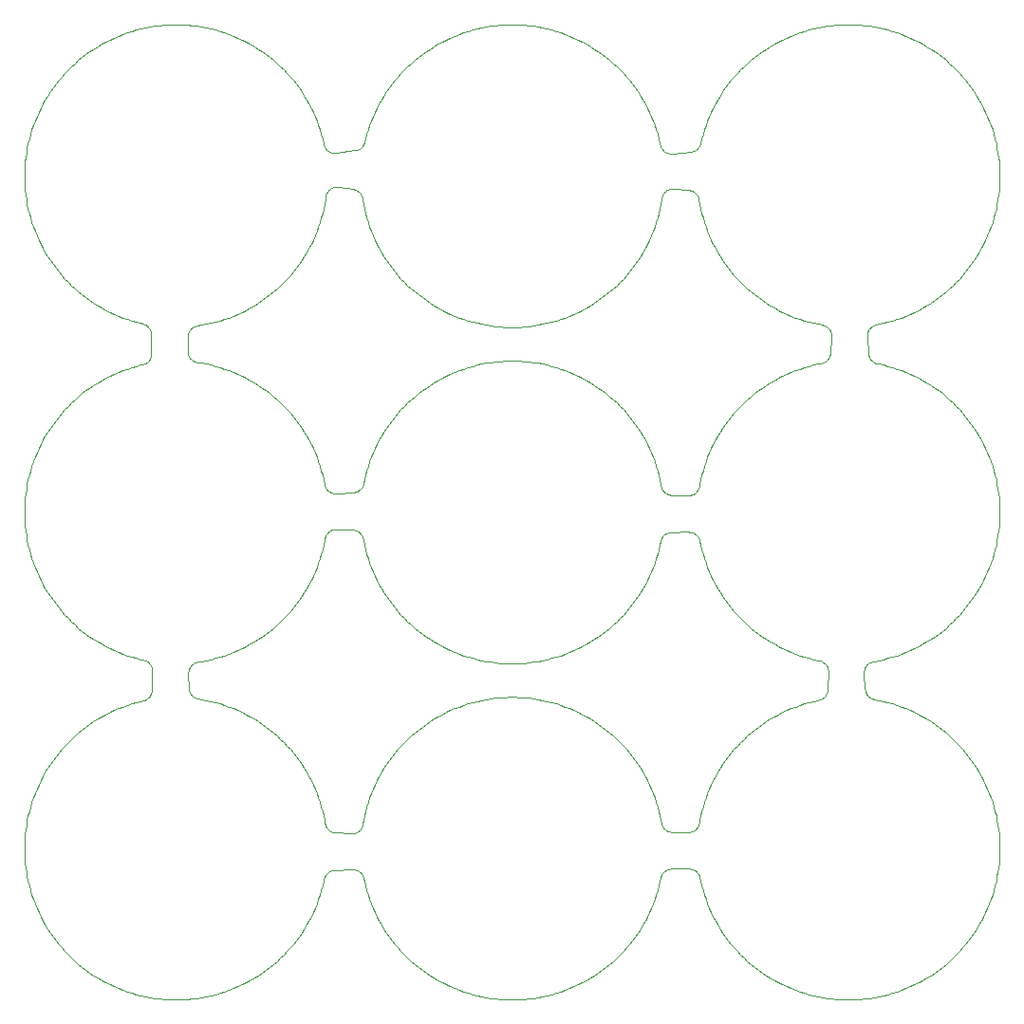
<source format=gko>
%MOIN*%
%OFA0B0*%
%FSLAX44Y44*%
%IPPOS*%
%LPD*%
%ADD10C,0*%
D10*
X00006064Y00022386D02*
X00006064Y00022386D01*
X00006037Y00022391D01*
X00006010Y00022398D01*
X00005984Y00022407D01*
X00005958Y00022418D01*
X00005933Y00022431D01*
X00005909Y00022446D01*
X00005886Y00022462D01*
X00005865Y00022480D01*
X00005844Y00022499D01*
X00005825Y00022520D01*
X00005808Y00022541D01*
X00005792Y00022565D01*
X00005778Y00022589D01*
X00005766Y00022614D01*
X00005756Y00022640D01*
X00005747Y00022666D01*
X00005740Y00022694D01*
X00005735Y00022721D01*
X00005733Y00022749D01*
X00005732Y00022777D01*
X00005735Y00023286D01*
X00005736Y00023314D01*
X00005739Y00023341D01*
X00005744Y00023368D01*
X00005751Y00023395D01*
X00005760Y00023422D01*
X00005770Y00023447D01*
X00005783Y00023472D01*
X00005797Y00023496D01*
X00005812Y00023519D01*
X00005830Y00023540D01*
X00005849Y00023561D01*
X00005869Y00023580D01*
X00005890Y00023597D01*
X00005913Y00023613D01*
X00005937Y00023628D01*
X00005961Y00023640D01*
X00005987Y00023651D01*
X00006013Y00023660D01*
X00006040Y00023667D01*
X00006067Y00023673D01*
X00006219Y00023696D01*
X00006382Y00023727D01*
X00006543Y00023763D01*
X00006704Y00023803D01*
X00006862Y00023849D01*
X00007020Y00023900D01*
X00007176Y00023955D01*
X00007329Y00024016D01*
X00007481Y00024081D01*
X00007631Y00024150D01*
X00007779Y00024225D01*
X00007924Y00024304D01*
X00008067Y00024387D01*
X00008207Y00024475D01*
X00008344Y00024567D01*
X00008479Y00024663D01*
X00008610Y00024764D01*
X00008738Y00024868D01*
X00008863Y00024977D01*
X00008984Y00025089D01*
X00009102Y00025205D01*
X00009216Y00025324D01*
X00009327Y00025448D01*
X00009433Y00025574D01*
X00009535Y00025704D01*
X00009634Y00025837D01*
X00009728Y00025972D01*
X00009818Y00026111D01*
X00009904Y00026252D01*
X00009985Y00026397D01*
X00010062Y00026543D01*
X00010134Y00026692D01*
X00010201Y00026843D01*
X00010264Y00026996D01*
X00010322Y00027151D01*
X00010375Y00027307D01*
X00010423Y00027465D01*
X00010466Y00027625D01*
X00010504Y00027786D01*
X00010537Y00027948D01*
X00010565Y00028111D01*
X00010579Y00028209D01*
X00010585Y00028239D01*
X00010593Y00028269D01*
X00010603Y00028299D01*
X00010616Y00028327D01*
X00010630Y00028355D01*
X00010647Y00028381D01*
X00010666Y00028405D01*
X00010687Y00028428D01*
X00010709Y00028450D01*
X00010733Y00028469D01*
X00010759Y00028487D01*
X00010786Y00028502D01*
X00010814Y00028516D01*
X00010843Y00028527D01*
X00010873Y00028536D01*
X00010903Y00028542D01*
X00010934Y00028546D01*
X00010965Y00028548D01*
X00010996Y00028547D01*
X00011027Y00028543D01*
X00011540Y00028468D01*
X00011564Y00028463D01*
X00011589Y00028457D01*
X00011613Y00028449D01*
X00011637Y00028440D01*
X00011659Y00028429D01*
X00011682Y00028417D01*
X00011703Y00028404D01*
X00011723Y00028389D01*
X00011743Y00028373D01*
X00011761Y00028355D01*
X00011778Y00028337D01*
X00011794Y00028317D01*
X00011809Y00028297D01*
X00011823Y00028275D01*
X00011834Y00028253D01*
X00011845Y00028230D01*
X00011854Y00028207D01*
X00011861Y00028182D01*
X00011867Y00028158D01*
X00011872Y00028133D01*
X00011875Y00028111D01*
X00011903Y00027948D01*
X00011936Y00027786D01*
X00011974Y00027625D01*
X00012018Y00027465D01*
X00012066Y00027307D01*
X00012119Y00027151D01*
X00012177Y00026996D01*
X00012239Y00026843D01*
X00012307Y00026692D01*
X00012379Y00026543D01*
X00012455Y00026397D01*
X00012537Y00026252D01*
X00012622Y00026111D01*
X00012712Y00025972D01*
X00012806Y00025837D01*
X00012905Y00025704D01*
X00013007Y00025574D01*
X00013114Y00025448D01*
X00013224Y00025324D01*
X00013338Y00025205D01*
X00013456Y00025089D01*
X00013578Y00024977D01*
X00013702Y00024868D01*
X00013830Y00024764D01*
X00013962Y00024663D01*
X00014096Y00024567D01*
X00014233Y00024475D01*
X00014373Y00024387D01*
X00014516Y00024304D01*
X00014661Y00024225D01*
X00014809Y00024150D01*
X00014959Y00024081D01*
X00015111Y00024016D01*
X00015265Y00023955D01*
X00015421Y00023900D01*
X00015578Y00023849D01*
X00015737Y00023803D01*
X00015897Y00023763D01*
X00016059Y00023727D01*
X00016221Y00023696D01*
X00016384Y00023671D01*
X00016548Y00023650D01*
X00016713Y00023635D01*
X00016878Y00023625D01*
X00017043Y00023619D01*
X00017208Y00023619D01*
X00017374Y00023625D01*
X00017539Y00023635D01*
X00017703Y00023650D01*
X00017867Y00023671D01*
X00018031Y00023696D01*
X00018193Y00023727D01*
X00018355Y00023763D01*
X00018515Y00023803D01*
X00018674Y00023849D01*
X00018831Y00023900D01*
X00018987Y00023955D01*
X00019141Y00024016D01*
X00019293Y00024081D01*
X00019443Y00024150D01*
X00019590Y00024225D01*
X00019735Y00024304D01*
X00019878Y00024387D01*
X00020018Y00024475D01*
X00020156Y00024567D01*
X00020290Y00024663D01*
X00020421Y00024764D01*
X00020549Y00024868D01*
X00020674Y00024977D01*
X00020795Y00025089D01*
X00020913Y00025205D01*
X00021027Y00025324D01*
X00021138Y00025448D01*
X00021244Y00025574D01*
X00021347Y00025704D01*
X00021445Y00025837D01*
X00021539Y00025972D01*
X00021629Y00026111D01*
X00021715Y00026252D01*
X00021796Y00026397D01*
X00021873Y00026543D01*
X00021945Y00026692D01*
X00022012Y00026843D01*
X00022075Y00026996D01*
X00022133Y00027151D01*
X00022186Y00027307D01*
X00022234Y00027465D01*
X00022277Y00027625D01*
X00022315Y00027786D01*
X00022349Y00027948D01*
X00022377Y00028111D01*
X00022383Y00028154D01*
X00022388Y00028184D01*
X00022396Y00028213D01*
X00022406Y00028242D01*
X00022418Y00028270D01*
X00022432Y00028297D01*
X00022448Y00028323D01*
X00022467Y00028347D01*
X00022487Y00028370D01*
X00022508Y00028391D01*
X00022532Y00028410D01*
X00022556Y00028428D01*
X00022582Y00028444D01*
X00022610Y00028457D01*
X00022638Y00028469D01*
X00022667Y00028478D01*
X00022696Y00028485D01*
X00022726Y00028490D01*
X00022756Y00028493D01*
X00022787Y00028493D01*
X00022817Y00028490D01*
X00023343Y00028431D01*
X00023368Y00028427D01*
X00023393Y00028422D01*
X00023417Y00028415D01*
X00023441Y00028407D01*
X00023465Y00028397D01*
X00023487Y00028385D01*
X00023509Y00028372D01*
X00023530Y00028358D01*
X00023550Y00028343D01*
X00023569Y00028326D01*
X00023587Y00028308D01*
X00023604Y00028289D01*
X00023619Y00028269D01*
X00023633Y00028248D01*
X00023646Y00028226D01*
X00023657Y00028203D01*
X00023667Y00028180D01*
X00023675Y00028156D01*
X00023682Y00028131D01*
X00023687Y00028107D01*
X00023714Y00027948D01*
X00023747Y00027786D01*
X00023786Y00027625D01*
X00023829Y00027465D01*
X00023877Y00027307D01*
X00023930Y00027151D01*
X00023988Y00026996D01*
X00024051Y00026843D01*
X00024118Y00026692D01*
X00024190Y00026543D01*
X00024267Y00026397D01*
X00024348Y00026252D01*
X00024434Y00026111D01*
X00024523Y00025972D01*
X00024618Y00025837D01*
X00024716Y00025704D01*
X00024819Y00025574D01*
X00024925Y00025448D01*
X00025035Y00025324D01*
X00025150Y00025205D01*
X00025267Y00025089D01*
X00025389Y00024977D01*
X00025514Y00024868D01*
X00025642Y00024764D01*
X00025773Y00024663D01*
X00025907Y00024567D01*
X00026045Y00024475D01*
X00026185Y00024387D01*
X00026327Y00024304D01*
X00026473Y00024225D01*
X00026620Y00024150D01*
X00026770Y00024081D01*
X00026922Y00024016D01*
X00027076Y00023955D01*
X00027232Y00023900D01*
X00027389Y00023849D01*
X00027548Y00023803D01*
X00027708Y00023763D01*
X00027870Y00023727D01*
X00028031Y00023697D01*
X00028059Y00023690D01*
X00028087Y00023682D01*
X00028113Y00023671D01*
X00028139Y00023659D01*
X00028164Y00023645D01*
X00028188Y00023629D01*
X00028211Y00023611D01*
X00028232Y00023592D01*
X00028252Y00023571D01*
X00028271Y00023549D01*
X00028287Y00023525D01*
X00028302Y00023501D01*
X00028315Y00023475D01*
X00028326Y00023448D01*
X00028335Y00023421D01*
X00028343Y00023393D01*
X00028348Y00023365D01*
X00028351Y00023336D01*
X00028352Y00023307D01*
X00028350Y00023279D01*
X00028305Y00022708D01*
X00028302Y00022683D01*
X00028298Y00022658D01*
X00028292Y00022633D01*
X00028284Y00022608D01*
X00028274Y00022584D01*
X00028263Y00022561D01*
X00028251Y00022538D01*
X00028237Y00022517D01*
X00028222Y00022496D01*
X00028206Y00022476D01*
X00028188Y00022458D01*
X00028169Y00022441D01*
X00028149Y00022424D01*
X00028128Y00022410D01*
X00028106Y00022396D01*
X00028083Y00022385D01*
X00028059Y00022374D01*
X00028035Y00022365D01*
X00028011Y00022358D01*
X00027986Y00022353D01*
X00027870Y00022331D01*
X00027708Y00022295D01*
X00027548Y00022254D01*
X00027389Y00022209D01*
X00027232Y00022158D01*
X00027076Y00022103D01*
X00026922Y00022042D01*
X00026770Y00021977D01*
X00026620Y00021907D01*
X00026473Y00021833D01*
X00026327Y00021754D01*
X00026185Y00021671D01*
X00026045Y00021583D01*
X00025907Y00021491D01*
X00025773Y00021395D01*
X00025642Y00021294D01*
X00025514Y00021190D01*
X00025389Y00021081D01*
X00025267Y00020969D01*
X00025150Y00020853D01*
X00025035Y00020733D01*
X00024925Y00020610D01*
X00024819Y00020484D01*
X00024716Y00020354D01*
X00024618Y00020221D01*
X00024523Y00020085D01*
X00024434Y00019947D01*
X00024348Y00019805D01*
X00024267Y00019661D01*
X00024190Y00019515D01*
X00024118Y00019366D01*
X00024051Y00019215D01*
X00023988Y00019062D01*
X00023930Y00018907D01*
X00023877Y00018751D01*
X00023829Y00018592D01*
X00023786Y00018433D01*
X00023747Y00018272D01*
X00023714Y00018110D01*
X00023702Y00018040D01*
X00023696Y00018013D01*
X00023689Y00017986D01*
X00023679Y00017960D01*
X00023668Y00017934D01*
X00023655Y00017910D01*
X00023641Y00017887D01*
X00023624Y00017864D01*
X00023606Y00017843D01*
X00023587Y00017823D01*
X00023567Y00017805D01*
X00023545Y00017788D01*
X00023522Y00017772D01*
X00023498Y00017758D01*
X00023473Y00017746D01*
X00023447Y00017736D01*
X00023421Y00017728D01*
X00023394Y00017721D01*
X00023366Y00017716D01*
X00023339Y00017714D01*
X00023311Y00017713D01*
X00022745Y00017717D01*
X00022717Y00017719D01*
X00022690Y00017722D01*
X00022663Y00017727D01*
X00022637Y00017733D01*
X00022611Y00017742D01*
X00022585Y00017753D01*
X00022561Y00017765D01*
X00022537Y00017779D01*
X00022515Y00017794D01*
X00022493Y00017811D01*
X00022473Y00017829D01*
X00022454Y00017849D01*
X00022437Y00017870D01*
X00022421Y00017893D01*
X00022406Y00017916D01*
X00022393Y00017940D01*
X00022382Y00017965D01*
X00022373Y00017991D01*
X00022366Y00018017D01*
X00022360Y00018044D01*
X00022349Y00018110D01*
X00022315Y00018272D01*
X00022277Y00018433D01*
X00022234Y00018592D01*
X00022186Y00018751D01*
X00022133Y00018907D01*
X00022075Y00019062D01*
X00022012Y00019215D01*
X00021945Y00019366D01*
X00021873Y00019515D01*
X00021796Y00019661D01*
X00021715Y00019805D01*
X00021629Y00019947D01*
X00021539Y00020085D01*
X00021445Y00020221D01*
X00021347Y00020354D01*
X00021244Y00020484D01*
X00021138Y00020610D01*
X00021027Y00020733D01*
X00020913Y00020853D01*
X00020795Y00020969D01*
X00020674Y00021081D01*
X00020549Y00021190D01*
X00020421Y00021294D01*
X00020290Y00021395D01*
X00020156Y00021491D01*
X00020018Y00021583D01*
X00019878Y00021671D01*
X00019735Y00021754D01*
X00019590Y00021833D01*
X00019443Y00021907D01*
X00019293Y00021977D01*
X00019141Y00022042D01*
X00018987Y00022103D01*
X00018831Y00022158D01*
X00018674Y00022209D01*
X00018515Y00022254D01*
X00018355Y00022295D01*
X00018193Y00022331D01*
X00018031Y00022361D01*
X00017867Y00022387D01*
X00017703Y00022408D01*
X00017539Y00022423D01*
X00017374Y00022433D01*
X00017208Y00022438D01*
X00017043Y00022438D01*
X00016878Y00022433D01*
X00016713Y00022423D01*
X00016548Y00022408D01*
X00016384Y00022387D01*
X00016221Y00022361D01*
X00016059Y00022331D01*
X00015897Y00022295D01*
X00015737Y00022254D01*
X00015578Y00022209D01*
X00015421Y00022158D01*
X00015265Y00022103D01*
X00015111Y00022042D01*
X00014959Y00021977D01*
X00014809Y00021907D01*
X00014661Y00021833D01*
X00014516Y00021754D01*
X00014373Y00021671D01*
X00014233Y00021583D01*
X00014096Y00021491D01*
X00013962Y00021395D01*
X00013830Y00021294D01*
X00013702Y00021190D01*
X00013578Y00021081D01*
X00013456Y00020969D01*
X00013338Y00020853D01*
X00013224Y00020733D01*
X00013114Y00020610D01*
X00013007Y00020484D01*
X00012905Y00020354D01*
X00012806Y00020221D01*
X00012712Y00020085D01*
X00012622Y00019947D01*
X00012537Y00019805D01*
X00012455Y00019661D01*
X00012379Y00019515D01*
X00012307Y00019366D01*
X00012239Y00019215D01*
X00012177Y00019062D01*
X00012119Y00018907D01*
X00012066Y00018751D01*
X00012018Y00018592D01*
X00011974Y00018433D01*
X00011936Y00018272D01*
X00011907Y00018131D01*
X00011901Y00018106D01*
X00011894Y00018081D01*
X00011884Y00018057D01*
X00011874Y00018034D01*
X00011862Y00018011D01*
X00011848Y00017989D01*
X00011833Y00017969D01*
X00011816Y00017949D01*
X00011799Y00017930D01*
X00011780Y00017913D01*
X00011760Y00017896D01*
X00011739Y00017881D01*
X00011717Y00017868D01*
X00011694Y00017856D01*
X00011671Y00017845D01*
X00011647Y00017836D01*
X00011622Y00017829D01*
X00011597Y00017823D01*
X00011572Y00017819D01*
X00011546Y00017817D01*
X00010951Y00017779D01*
X00010922Y00017779D01*
X00010893Y00017780D01*
X00010865Y00017783D01*
X00010837Y00017789D01*
X00010809Y00017796D01*
X00010782Y00017806D01*
X00010755Y00017818D01*
X00010730Y00017831D01*
X00010705Y00017846D01*
X00010682Y00017863D01*
X00010660Y00017882D01*
X00010640Y00017902D01*
X00010621Y00017924D01*
X00010603Y00017947D01*
X00010588Y00017971D01*
X00010574Y00017996D01*
X00010562Y00018022D01*
X00010552Y00018049D01*
X00010544Y00018077D01*
X00010538Y00018105D01*
X00010537Y00018110D01*
X00010504Y00018272D01*
X00010466Y00018433D01*
X00010423Y00018592D01*
X00010375Y00018751D01*
X00010322Y00018907D01*
X00010264Y00019062D01*
X00010201Y00019215D01*
X00010134Y00019366D01*
X00010062Y00019515D01*
X00009985Y00019661D01*
X00009904Y00019805D01*
X00009818Y00019947D01*
X00009728Y00020085D01*
X00009634Y00020221D01*
X00009535Y00020354D01*
X00009433Y00020484D01*
X00009327Y00020610D01*
X00009216Y00020733D01*
X00009102Y00020853D01*
X00008984Y00020969D01*
X00008863Y00021081D01*
X00008738Y00021190D01*
X00008610Y00021294D01*
X00008479Y00021395D01*
X00008344Y00021491D01*
X00008207Y00021583D01*
X00008067Y00021671D01*
X00007924Y00021754D01*
X00007779Y00021833D01*
X00007631Y00021907D01*
X00007481Y00021977D01*
X00007329Y00022042D01*
X00007176Y00022103D01*
X00007020Y00022158D01*
X00006862Y00022209D01*
X00006704Y00022254D01*
X00006543Y00022295D01*
X00006382Y00022331D01*
X00006219Y00022361D01*
X00006064Y00022386D01*
X00006107Y00010569D02*
X00006107Y00010569D01*
X00006080Y00010574D01*
X00006054Y00010581D01*
X00006028Y00010590D01*
X00006003Y00010601D01*
X00005979Y00010613D01*
X00005955Y00010627D01*
X00005933Y00010642D01*
X00005911Y00010659D01*
X00005891Y00010678D01*
X00005873Y00010697D01*
X00005855Y00010718D01*
X00005840Y00010740D01*
X00005825Y00010764D01*
X00005813Y00010788D01*
X00005802Y00010813D01*
X00005793Y00010838D01*
X00005785Y00010864D01*
X00005780Y00010891D01*
X00005776Y00010918D01*
X00005774Y00010945D01*
X00005757Y00011464D01*
X00005757Y00011493D01*
X00005760Y00011521D01*
X00005764Y00011549D01*
X00005770Y00011577D01*
X00005778Y00011605D01*
X00005788Y00011631D01*
X00005801Y00011657D01*
X00005814Y00011682D01*
X00005830Y00011706D01*
X00005848Y00011728D01*
X00005866Y00011749D01*
X00005887Y00011769D01*
X00005909Y00011788D01*
X00005932Y00011804D01*
X00005956Y00011819D01*
X00005981Y00011832D01*
X00006007Y00011844D01*
X00006034Y00011853D01*
X00006062Y00011861D01*
X00006090Y00011866D01*
X00006219Y00011886D01*
X00006382Y00011917D01*
X00006543Y00011953D01*
X00006704Y00011994D01*
X00006862Y00012039D01*
X00007020Y00012090D01*
X00007176Y00012145D01*
X00007329Y00012206D01*
X00007481Y00012271D01*
X00007631Y00012340D01*
X00007779Y00012415D01*
X00007924Y00012494D01*
X00008067Y00012577D01*
X00008207Y00012665D01*
X00008344Y00012757D01*
X00008479Y00012853D01*
X00008610Y00012954D01*
X00008738Y00013058D01*
X00008863Y00013167D01*
X00008984Y00013279D01*
X00009102Y00013395D01*
X00009216Y00013515D01*
X00009327Y00013638D01*
X00009433Y00013764D01*
X00009535Y00013894D01*
X00009634Y00014027D01*
X00009728Y00014162D01*
X00009818Y00014301D01*
X00009904Y00014443D01*
X00009985Y00014587D01*
X00010062Y00014733D01*
X00010134Y00014882D01*
X00010201Y00015033D01*
X00010264Y00015186D01*
X00010322Y00015341D01*
X00010375Y00015497D01*
X00010423Y00015655D01*
X00010466Y00015815D01*
X00010504Y00015976D01*
X00010537Y00016138D01*
X00010548Y00016199D01*
X00010554Y00016227D01*
X00010562Y00016254D01*
X00010571Y00016281D01*
X00010583Y00016307D01*
X00010597Y00016332D01*
X00010612Y00016356D01*
X00010629Y00016378D01*
X00010647Y00016400D01*
X00010668Y00016420D01*
X00010689Y00016439D01*
X00010712Y00016456D01*
X00010736Y00016471D01*
X00010761Y00016485D01*
X00010787Y00016496D01*
X00010813Y00016506D01*
X00010841Y00016514D01*
X00010868Y00016520D01*
X00010897Y00016524D01*
X00010925Y00016525D01*
X00010953Y00016525D01*
X00011526Y00016500D01*
X00011553Y00016498D01*
X00011579Y00016494D01*
X00011605Y00016488D01*
X00011631Y00016481D01*
X00011656Y00016472D01*
X00011680Y00016461D01*
X00011704Y00016449D01*
X00011727Y00016435D01*
X00011748Y00016419D01*
X00011769Y00016402D01*
X00011788Y00016384D01*
X00011807Y00016364D01*
X00011823Y00016343D01*
X00011839Y00016322D01*
X00011852Y00016299D01*
X00011865Y00016275D01*
X00011875Y00016251D01*
X00011884Y00016225D01*
X00011891Y00016200D01*
X00011897Y00016174D01*
X00011903Y00016138D01*
X00011936Y00015976D01*
X00011974Y00015815D01*
X00012018Y00015655D01*
X00012066Y00015497D01*
X00012119Y00015341D01*
X00012177Y00015186D01*
X00012239Y00015033D01*
X00012307Y00014882D01*
X00012379Y00014733D01*
X00012455Y00014587D01*
X00012537Y00014443D01*
X00012622Y00014301D01*
X00012712Y00014162D01*
X00012806Y00014027D01*
X00012905Y00013894D01*
X00013007Y00013764D01*
X00013114Y00013638D01*
X00013224Y00013515D01*
X00013338Y00013395D01*
X00013456Y00013279D01*
X00013578Y00013167D01*
X00013702Y00013058D01*
X00013830Y00012954D01*
X00013962Y00012853D01*
X00014096Y00012757D01*
X00014233Y00012665D01*
X00014373Y00012577D01*
X00014516Y00012494D01*
X00014661Y00012415D01*
X00014809Y00012340D01*
X00014959Y00012271D01*
X00015111Y00012206D01*
X00015265Y00012145D01*
X00015421Y00012090D01*
X00015578Y00012039D01*
X00015737Y00011994D01*
X00015897Y00011953D01*
X00016059Y00011917D01*
X00016221Y00011886D01*
X00016384Y00011861D01*
X00016548Y00011840D01*
X00016713Y00011825D01*
X00016878Y00011815D01*
X00017043Y00011809D01*
X00017208Y00011809D01*
X00017374Y00011815D01*
X00017539Y00011825D01*
X00017703Y00011840D01*
X00017867Y00011861D01*
X00018031Y00011886D01*
X00018193Y00011917D01*
X00018355Y00011953D01*
X00018515Y00011994D01*
X00018674Y00012039D01*
X00018831Y00012090D01*
X00018987Y00012145D01*
X00019141Y00012206D01*
X00019293Y00012271D01*
X00019443Y00012340D01*
X00019590Y00012415D01*
X00019735Y00012494D01*
X00019878Y00012577D01*
X00020018Y00012665D01*
X00020156Y00012757D01*
X00020290Y00012853D01*
X00020421Y00012954D01*
X00020549Y00013058D01*
X00020674Y00013167D01*
X00020795Y00013279D01*
X00020913Y00013395D01*
X00021027Y00013515D01*
X00021138Y00013638D01*
X00021244Y00013764D01*
X00021347Y00013894D01*
X00021445Y00014027D01*
X00021539Y00014162D01*
X00021629Y00014301D01*
X00021715Y00014443D01*
X00021796Y00014587D01*
X00021873Y00014733D01*
X00021945Y00014882D01*
X00022012Y00015033D01*
X00022075Y00015186D01*
X00022133Y00015341D01*
X00022186Y00015497D01*
X00022234Y00015655D01*
X00022277Y00015815D01*
X00022315Y00015976D01*
X00022343Y00016108D01*
X00022349Y00016134D01*
X00022357Y00016160D01*
X00022367Y00016185D01*
X00022378Y00016209D01*
X00022391Y00016232D01*
X00022406Y00016255D01*
X00022422Y00016276D01*
X00022439Y00016296D01*
X00022458Y00016315D01*
X00022478Y00016333D01*
X00022499Y00016349D01*
X00022522Y00016364D01*
X00022545Y00016377D01*
X00022569Y00016389D01*
X00022594Y00016399D01*
X00022619Y00016407D01*
X00022645Y00016414D01*
X00022672Y00016419D01*
X00022698Y00016421D01*
X00022725Y00016423D01*
X00023331Y00016427D01*
X00023358Y00016426D01*
X00023385Y00016424D01*
X00023412Y00016419D01*
X00023438Y00016413D01*
X00023464Y00016405D01*
X00023489Y00016395D01*
X00023514Y00016384D01*
X00023537Y00016371D01*
X00023560Y00016356D01*
X00023582Y00016339D01*
X00023602Y00016322D01*
X00023621Y00016303D01*
X00023639Y00016282D01*
X00023655Y00016261D01*
X00023670Y00016238D01*
X00023683Y00016214D01*
X00023695Y00016190D01*
X00023705Y00016165D01*
X00023713Y00016139D01*
X00023719Y00016113D01*
X00023747Y00015976D01*
X00023786Y00015815D01*
X00023829Y00015655D01*
X00023877Y00015497D01*
X00023930Y00015341D01*
X00023988Y00015186D01*
X00024051Y00015033D01*
X00024118Y00014882D01*
X00024190Y00014733D01*
X00024267Y00014587D01*
X00024348Y00014443D01*
X00024434Y00014301D01*
X00024523Y00014162D01*
X00024618Y00014027D01*
X00024716Y00013894D01*
X00024819Y00013764D01*
X00024925Y00013638D01*
X00025035Y00013515D01*
X00025150Y00013395D01*
X00025267Y00013279D01*
X00025389Y00013167D01*
X00025514Y00013058D01*
X00025642Y00012954D01*
X00025773Y00012853D01*
X00025907Y00012757D01*
X00026045Y00012665D01*
X00026185Y00012577D01*
X00026327Y00012494D01*
X00026473Y00012415D01*
X00026620Y00012340D01*
X00026770Y00012271D01*
X00026922Y00012206D01*
X00027076Y00012145D01*
X00027232Y00012090D01*
X00027389Y00012039D01*
X00027548Y00011994D01*
X00027708Y00011953D01*
X00027870Y00011917D01*
X00027914Y00011909D01*
X00027941Y00011903D01*
X00027968Y00011894D01*
X00027995Y00011884D01*
X00028020Y00011872D01*
X00028045Y00011859D01*
X00028068Y00011843D01*
X00028090Y00011826D01*
X00028112Y00011808D01*
X00028131Y00011788D01*
X00028150Y00011766D01*
X00028166Y00011744D01*
X00028181Y00011720D01*
X00028194Y00011695D01*
X00028206Y00011670D01*
X00028216Y00011643D01*
X00028223Y00011616D01*
X00028229Y00011589D01*
X00028233Y00011561D01*
X00028235Y00011533D01*
X00028234Y00011505D01*
X00028207Y00010894D01*
X00028205Y00010867D01*
X00028201Y00010841D01*
X00028196Y00010815D01*
X00028189Y00010790D01*
X00028180Y00010765D01*
X00028169Y00010741D01*
X00028157Y00010718D01*
X00028143Y00010695D01*
X00028128Y00010674D01*
X00028111Y00010653D01*
X00028094Y00010634D01*
X00028074Y00010616D01*
X00028054Y00010599D01*
X00028033Y00010583D01*
X00028010Y00010570D01*
X00027987Y00010557D01*
X00027963Y00010546D01*
X00027938Y00010537D01*
X00027913Y00010530D01*
X00027887Y00010524D01*
X00027870Y00010521D01*
X00027708Y00010485D01*
X00027548Y00010444D01*
X00027389Y00010399D01*
X00027232Y00010348D01*
X00027076Y00010293D01*
X00026922Y00010232D01*
X00026770Y00010167D01*
X00026620Y00010098D01*
X00026473Y00010023D01*
X00026327Y00009944D01*
X00026185Y00009861D01*
X00026045Y00009773D01*
X00025907Y00009681D01*
X00025773Y00009585D01*
X00025642Y00009484D01*
X00025514Y00009380D01*
X00025389Y00009271D01*
X00025267Y00009159D01*
X00025150Y00009043D01*
X00025035Y00008923D01*
X00024925Y00008800D01*
X00024819Y00008674D01*
X00024716Y00008544D01*
X00024618Y00008411D01*
X00024523Y00008275D01*
X00024434Y00008137D01*
X00024348Y00007995D01*
X00024267Y00007851D01*
X00024190Y00007705D01*
X00024118Y00007556D01*
X00024051Y00007405D01*
X00023988Y00007252D01*
X00023930Y00007097D01*
X00023877Y00006941D01*
X00023829Y00006782D01*
X00023786Y00006623D01*
X00023747Y00006462D01*
X00023714Y00006300D01*
X00023699Y00006212D01*
X00023693Y00006185D01*
X00023686Y00006158D01*
X00023676Y00006132D01*
X00023665Y00006107D01*
X00023652Y00006082D01*
X00023637Y00006059D01*
X00023621Y00006036D01*
X00023603Y00006015D01*
X00023584Y00005995D01*
X00023563Y00005977D01*
X00023542Y00005960D01*
X00023519Y00005944D01*
X00023495Y00005930D01*
X00023470Y00005918D01*
X00023444Y00005908D01*
X00023417Y00005900D01*
X00023391Y00005893D01*
X00023363Y00005889D01*
X00023336Y00005886D01*
X00023308Y00005885D01*
X00022748Y00005889D01*
X00022721Y00005891D01*
X00022693Y00005894D01*
X00022666Y00005899D01*
X00022640Y00005906D01*
X00022614Y00005914D01*
X00022589Y00005925D01*
X00022564Y00005937D01*
X00022540Y00005951D01*
X00022518Y00005966D01*
X00022496Y00005983D01*
X00022476Y00006001D01*
X00022457Y00006021D01*
X00022440Y00006042D01*
X00022424Y00006065D01*
X00022409Y00006088D01*
X00022396Y00006112D01*
X00022385Y00006137D01*
X00022376Y00006163D01*
X00022369Y00006189D01*
X00022363Y00006216D01*
X00022349Y00006300D01*
X00022315Y00006462D01*
X00022277Y00006623D01*
X00022234Y00006782D01*
X00022186Y00006941D01*
X00022133Y00007097D01*
X00022075Y00007252D01*
X00022012Y00007405D01*
X00021945Y00007556D01*
X00021873Y00007705D01*
X00021796Y00007851D01*
X00021715Y00007995D01*
X00021629Y00008137D01*
X00021539Y00008275D01*
X00021445Y00008411D01*
X00021347Y00008544D01*
X00021244Y00008674D01*
X00021138Y00008800D01*
X00021027Y00008923D01*
X00020913Y00009043D01*
X00020795Y00009159D01*
X00020674Y00009271D01*
X00020549Y00009380D01*
X00020421Y00009484D01*
X00020290Y00009585D01*
X00020156Y00009681D01*
X00020018Y00009773D01*
X00019878Y00009861D01*
X00019735Y00009944D01*
X00019590Y00010023D01*
X00019443Y00010098D01*
X00019293Y00010167D01*
X00019141Y00010232D01*
X00018987Y00010293D01*
X00018831Y00010348D01*
X00018674Y00010399D01*
X00018515Y00010444D01*
X00018355Y00010485D01*
X00018193Y00010521D01*
X00018031Y00010551D01*
X00017867Y00010577D01*
X00017703Y00010598D01*
X00017539Y00010613D01*
X00017374Y00010623D01*
X00017208Y00010628D01*
X00017043Y00010628D01*
X00016878Y00010623D01*
X00016713Y00010613D01*
X00016548Y00010598D01*
X00016384Y00010577D01*
X00016221Y00010551D01*
X00016059Y00010521D01*
X00015897Y00010485D01*
X00015737Y00010444D01*
X00015578Y00010399D01*
X00015421Y00010348D01*
X00015265Y00010293D01*
X00015111Y00010232D01*
X00014959Y00010167D01*
X00014809Y00010098D01*
X00014661Y00010023D01*
X00014516Y00009944D01*
X00014373Y00009861D01*
X00014233Y00009773D01*
X00014096Y00009681D01*
X00013962Y00009585D01*
X00013830Y00009484D01*
X00013702Y00009380D01*
X00013578Y00009271D01*
X00013456Y00009159D01*
X00013338Y00009043D01*
X00013224Y00008923D01*
X00013114Y00008800D01*
X00013007Y00008674D01*
X00012905Y00008544D01*
X00012806Y00008411D01*
X00012712Y00008275D01*
X00012622Y00008137D01*
X00012537Y00007995D01*
X00012455Y00007851D01*
X00012379Y00007705D01*
X00012307Y00007556D01*
X00012239Y00007405D01*
X00012177Y00007252D01*
X00012119Y00007097D01*
X00012066Y00006941D01*
X00012018Y00006782D01*
X00011974Y00006623D01*
X00011936Y00006462D01*
X00011903Y00006300D01*
X00011879Y00006162D01*
X00011873Y00006134D01*
X00011865Y00006106D01*
X00011856Y00006080D01*
X00011844Y00006054D01*
X00011830Y00006029D01*
X00011815Y00006005D01*
X00011798Y00005982D01*
X00011779Y00005960D01*
X00011759Y00005940D01*
X00011737Y00005921D01*
X00011714Y00005904D01*
X00011690Y00005889D01*
X00011665Y00005876D01*
X00011639Y00005864D01*
X00011612Y00005854D01*
X00011585Y00005846D01*
X00011557Y00005841D01*
X00011529Y00005837D01*
X00011500Y00005835D01*
X00011472Y00005836D01*
X00010925Y00005863D01*
X00010898Y00005865D01*
X00010872Y00005869D01*
X00010846Y00005875D01*
X00010821Y00005882D01*
X00010796Y00005891D01*
X00010772Y00005902D01*
X00010748Y00005915D01*
X00010726Y00005929D01*
X00010704Y00005944D01*
X00010684Y00005961D01*
X00010664Y00005979D01*
X00010646Y00005999D01*
X00010630Y00006020D01*
X00010614Y00006041D01*
X00010601Y00006064D01*
X00010589Y00006088D01*
X00010578Y00006112D01*
X00010569Y00006137D01*
X00010562Y00006163D01*
X00010557Y00006189D01*
X00010537Y00006300D01*
X00010504Y00006462D01*
X00010466Y00006623D01*
X00010423Y00006782D01*
X00010375Y00006941D01*
X00010322Y00007097D01*
X00010264Y00007252D01*
X00010201Y00007405D01*
X00010134Y00007556D01*
X00010062Y00007705D01*
X00009985Y00007851D01*
X00009904Y00007995D01*
X00009818Y00008137D01*
X00009728Y00008275D01*
X00009634Y00008411D01*
X00009535Y00008544D01*
X00009433Y00008674D01*
X00009327Y00008800D01*
X00009216Y00008923D01*
X00009102Y00009043D01*
X00008984Y00009159D01*
X00008863Y00009271D01*
X00008738Y00009380D01*
X00008610Y00009484D01*
X00008479Y00009585D01*
X00008344Y00009681D01*
X00008207Y00009773D01*
X00008067Y00009861D01*
X00007924Y00009944D01*
X00007779Y00010023D01*
X00007631Y00010098D01*
X00007481Y00010167D01*
X00007329Y00010232D01*
X00007176Y00010293D01*
X00007020Y00010348D01*
X00006862Y00010399D01*
X00006704Y00010444D01*
X00006543Y00010485D01*
X00006382Y00010521D01*
X00006219Y00010551D01*
X00006107Y00010569D01*
X00004181Y00011932D02*
X00004181Y00011932D01*
X00004207Y00011925D01*
X00004233Y00011916D01*
X00004258Y00011906D01*
X00004282Y00011894D01*
X00004306Y00011880D01*
X00004328Y00011865D01*
X00004349Y00011848D01*
X00004370Y00011830D01*
X00004388Y00011810D01*
X00004406Y00011790D01*
X00004422Y00011768D01*
X00004436Y00011745D01*
X00004449Y00011721D01*
X00004460Y00011696D01*
X00004470Y00011670D01*
X00004477Y00011644D01*
X00004483Y00011618D01*
X00004487Y00011591D01*
X00004489Y00011564D01*
X00004489Y00011536D01*
X00004471Y00010875D01*
X00004469Y00010849D01*
X00004466Y00010823D01*
X00004461Y00010798D01*
X00004454Y00010773D01*
X00004446Y00010748D01*
X00004436Y00010724D01*
X00004424Y00010700D01*
X00004411Y00010678D01*
X00004396Y00010656D01*
X00004381Y00010636D01*
X00004363Y00010616D01*
X00004345Y00010598D01*
X00004325Y00010581D01*
X00004304Y00010565D01*
X00004282Y00010550D01*
X00004260Y00010538D01*
X00004236Y00010526D01*
X00004212Y00010516D01*
X00004187Y00010508D01*
X00004162Y00010502D01*
X00004086Y00010485D01*
X00003926Y00010444D01*
X00003767Y00010399D01*
X00003609Y00010348D01*
X00003454Y00010293D01*
X00003300Y00010232D01*
X00003148Y00010167D01*
X00002998Y00010098D01*
X00002850Y00010023D01*
X00002705Y00009944D01*
X00002562Y00009861D01*
X00002422Y00009773D01*
X00002285Y00009681D01*
X00002150Y00009585D01*
X00002019Y00009484D01*
X00001891Y00009380D01*
X00001766Y00009271D01*
X00001645Y00009159D01*
X00001527Y00009043D01*
X00001413Y00008923D01*
X00001303Y00008800D01*
X00001196Y00008674D01*
X00001094Y00008544D01*
X00000995Y00008411D01*
X00000901Y00008275D01*
X00000811Y00008137D01*
X00000725Y00007995D01*
X00000644Y00007851D01*
X00000568Y00007705D01*
X00000496Y00007556D01*
X00000428Y00007405D01*
X00000365Y00007252D01*
X00000308Y00007097D01*
X00000255Y00006941D01*
X00000206Y00006782D01*
X00000163Y00006623D01*
X00000125Y00006462D01*
X00000092Y00006300D01*
X00000064Y00006137D01*
X00000041Y00005974D01*
X00000023Y00005809D01*
X00000010Y00005644D01*
X00000002Y00005479D01*
X00000000Y00005314D01*
X00000002Y00005149D01*
X00000010Y00004983D01*
X00000023Y00004819D01*
X00000041Y00004654D01*
X00000064Y00004491D01*
X00000092Y00004328D01*
X00000125Y00004166D01*
X00000163Y00004005D01*
X00000206Y00003845D01*
X00000255Y00003687D01*
X00000308Y00003531D01*
X00000365Y00003376D01*
X00000428Y00003223D01*
X00000496Y00003072D01*
X00000568Y00002923D01*
X00000644Y00002777D01*
X00000725Y00002633D01*
X00000811Y00002491D01*
X00000901Y00002352D01*
X00000995Y00002217D01*
X00001094Y00002084D01*
X00001196Y00001954D01*
X00001303Y00001828D01*
X00001413Y00001705D01*
X00001527Y00001585D01*
X00001645Y00001469D01*
X00001766Y00001357D01*
X00001891Y00001248D01*
X00002019Y00001144D01*
X00002150Y00001043D01*
X00002285Y00000947D01*
X00002422Y00000855D01*
X00002562Y00000767D01*
X00002705Y00000684D01*
X00002850Y00000605D01*
X00002998Y00000530D01*
X00003148Y00000461D01*
X00003300Y00000396D01*
X00003454Y00000335D01*
X00003609Y00000280D01*
X00003767Y00000229D01*
X00003926Y00000184D01*
X00004086Y00000143D01*
X00004247Y00000107D01*
X00004410Y00000076D01*
X00004573Y00000051D01*
X00004737Y00000030D01*
X00004902Y00000015D01*
X00005067Y00000005D01*
X00005232Y00000000D01*
X00005397Y00000000D01*
X00005562Y00000005D01*
X00005727Y00000015D01*
X00005892Y00000030D01*
X00006056Y00000051D01*
X00006219Y00000076D01*
X00006382Y00000107D01*
X00006543Y00000143D01*
X00006704Y00000184D01*
X00006862Y00000229D01*
X00007020Y00000280D01*
X00007176Y00000335D01*
X00007329Y00000396D01*
X00007481Y00000461D01*
X00007631Y00000530D01*
X00007779Y00000605D01*
X00007924Y00000684D01*
X00008067Y00000767D01*
X00008207Y00000855D01*
X00008344Y00000947D01*
X00008479Y00001043D01*
X00008610Y00001144D01*
X00008738Y00001248D01*
X00008863Y00001357D01*
X00008984Y00001469D01*
X00009102Y00001585D01*
X00009216Y00001705D01*
X00009327Y00001828D01*
X00009433Y00001954D01*
X00009535Y00002084D01*
X00009634Y00002217D01*
X00009728Y00002352D01*
X00009818Y00002491D01*
X00009904Y00002633D01*
X00009985Y00002777D01*
X00010062Y00002923D01*
X00010134Y00003072D01*
X00010201Y00003223D01*
X00010264Y00003376D01*
X00010322Y00003531D01*
X00010375Y00003687D01*
X00010423Y00003845D01*
X00010466Y00004005D01*
X00010504Y00004166D01*
X00010518Y00004231D01*
X00010524Y00004257D01*
X00010531Y00004282D01*
X00010541Y00004306D01*
X00010552Y00004329D01*
X00010564Y00004352D01*
X00010578Y00004374D01*
X00010594Y00004395D01*
X00010610Y00004415D01*
X00010628Y00004434D01*
X00010648Y00004452D01*
X00010668Y00004468D01*
X00010689Y00004483D01*
X00010712Y00004496D01*
X00010735Y00004508D01*
X00010759Y00004518D01*
X00010783Y00004527D01*
X00010808Y00004534D01*
X00010834Y00004540D01*
X00010859Y00004544D01*
X00010885Y00004546D01*
X00011513Y00004574D01*
X00011541Y00004575D01*
X00011569Y00004573D01*
X00011596Y00004569D01*
X00011624Y00004564D01*
X00011651Y00004556D01*
X00011677Y00004547D01*
X00011702Y00004536D01*
X00011727Y00004523D01*
X00011751Y00004508D01*
X00011773Y00004492D01*
X00011794Y00004474D01*
X00011814Y00004454D01*
X00011833Y00004434D01*
X00011850Y00004412D01*
X00011866Y00004389D01*
X00011880Y00004365D01*
X00011892Y00004340D01*
X00011902Y00004314D01*
X00011910Y00004287D01*
X00011917Y00004260D01*
X00011936Y00004166D01*
X00011974Y00004005D01*
X00012018Y00003845D01*
X00012066Y00003687D01*
X00012119Y00003531D01*
X00012177Y00003376D01*
X00012239Y00003223D01*
X00012307Y00003072D01*
X00012379Y00002923D01*
X00012455Y00002777D01*
X00012537Y00002633D01*
X00012622Y00002491D01*
X00012712Y00002352D01*
X00012806Y00002217D01*
X00012905Y00002084D01*
X00013007Y00001954D01*
X00013114Y00001828D01*
X00013224Y00001705D01*
X00013338Y00001585D01*
X00013456Y00001469D01*
X00013578Y00001357D01*
X00013702Y00001248D01*
X00013830Y00001144D01*
X00013962Y00001043D01*
X00014096Y00000947D01*
X00014233Y00000855D01*
X00014373Y00000767D01*
X00014516Y00000684D01*
X00014661Y00000605D01*
X00014809Y00000530D01*
X00014959Y00000461D01*
X00015111Y00000396D01*
X00015265Y00000335D01*
X00015421Y00000280D01*
X00015578Y00000229D01*
X00015737Y00000184D01*
X00015897Y00000143D01*
X00016059Y00000107D01*
X00016221Y00000076D01*
X00016384Y00000051D01*
X00016548Y00000030D01*
X00016713Y00000015D01*
X00016878Y00000005D01*
X00017043Y00000000D01*
X00017208Y00000000D01*
X00017374Y00000005D01*
X00017539Y00000015D01*
X00017703Y00000030D01*
X00017867Y00000051D01*
X00018031Y00000076D01*
X00018193Y00000107D01*
X00018355Y00000143D01*
X00018515Y00000184D01*
X00018674Y00000229D01*
X00018831Y00000280D01*
X00018987Y00000335D01*
X00019141Y00000396D01*
X00019293Y00000461D01*
X00019443Y00000530D01*
X00019590Y00000605D01*
X00019735Y00000684D01*
X00019878Y00000767D01*
X00020018Y00000855D01*
X00020156Y00000947D01*
X00020290Y00001043D01*
X00020421Y00001144D01*
X00020549Y00001248D01*
X00020674Y00001357D01*
X00020795Y00001469D01*
X00020913Y00001585D01*
X00021027Y00001705D01*
X00021138Y00001828D01*
X00021244Y00001954D01*
X00021347Y00002084D01*
X00021445Y00002217D01*
X00021539Y00002352D01*
X00021629Y00002491D01*
X00021715Y00002633D01*
X00021796Y00002777D01*
X00021873Y00002923D01*
X00021945Y00003072D01*
X00022012Y00003223D01*
X00022075Y00003376D01*
X00022133Y00003531D01*
X00022186Y00003687D01*
X00022234Y00003845D01*
X00022277Y00004005D01*
X00022315Y00004166D01*
X00022339Y00004280D01*
X00022345Y00004307D01*
X00022353Y00004332D01*
X00022363Y00004357D01*
X00022374Y00004381D01*
X00022387Y00004405D01*
X00022402Y00004427D01*
X00022418Y00004449D01*
X00022436Y00004469D01*
X00022454Y00004488D01*
X00022475Y00004506D01*
X00022496Y00004522D01*
X00022518Y00004537D01*
X00022541Y00004550D01*
X00022566Y00004562D01*
X00022590Y00004572D01*
X00022616Y00004580D01*
X00022642Y00004586D01*
X00022668Y00004591D01*
X00022695Y00004594D01*
X00022722Y00004595D01*
X00023334Y00004600D01*
X00023362Y00004599D01*
X00023388Y00004596D01*
X00023415Y00004592D01*
X00023442Y00004586D01*
X00023467Y00004578D01*
X00023493Y00004568D01*
X00023517Y00004556D01*
X00023541Y00004543D01*
X00023563Y00004528D01*
X00023585Y00004512D01*
X00023606Y00004494D01*
X00023625Y00004475D01*
X00023643Y00004455D01*
X00023659Y00004433D01*
X00023674Y00004410D01*
X00023687Y00004387D01*
X00023699Y00004362D01*
X00023709Y00004337D01*
X00023717Y00004311D01*
X00023723Y00004285D01*
X00023747Y00004166D01*
X00023786Y00004005D01*
X00023829Y00003845D01*
X00023877Y00003687D01*
X00023930Y00003531D01*
X00023988Y00003376D01*
X00024051Y00003223D01*
X00024118Y00003072D01*
X00024190Y00002923D01*
X00024267Y00002777D01*
X00024348Y00002633D01*
X00024434Y00002491D01*
X00024523Y00002352D01*
X00024618Y00002217D01*
X00024716Y00002084D01*
X00024819Y00001954D01*
X00024925Y00001828D01*
X00025035Y00001705D01*
X00025150Y00001585D01*
X00025267Y00001469D01*
X00025389Y00001357D01*
X00025514Y00001248D01*
X00025642Y00001144D01*
X00025773Y00001043D01*
X00025907Y00000947D01*
X00026045Y00000855D01*
X00026185Y00000767D01*
X00026327Y00000684D01*
X00026473Y00000605D01*
X00026620Y00000530D01*
X00026770Y00000461D01*
X00026922Y00000396D01*
X00027076Y00000335D01*
X00027232Y00000280D01*
X00027389Y00000229D01*
X00027548Y00000184D01*
X00027708Y00000143D01*
X00027870Y00000107D01*
X00028032Y00000076D01*
X00028196Y00000051D01*
X00028360Y00000030D01*
X00028524Y00000015D01*
X00028689Y00000005D01*
X00028854Y00000000D01*
X00029020Y00000000D01*
X00029185Y00000005D01*
X00029350Y00000015D01*
X00029515Y00000030D01*
X00029679Y00000051D01*
X00029842Y00000076D01*
X00030004Y00000107D01*
X00030166Y00000143D01*
X00030326Y00000184D01*
X00030485Y00000229D01*
X00030642Y00000280D01*
X00030798Y00000335D01*
X00030952Y00000396D01*
X00031104Y00000461D01*
X00031254Y00000530D01*
X00031401Y00000605D01*
X00031547Y00000684D01*
X00031689Y00000767D01*
X00031830Y00000855D01*
X00031967Y00000947D01*
X00032101Y00001043D01*
X00032232Y00001144D01*
X00032361Y00001248D01*
X00032485Y00001357D01*
X00032607Y00001469D01*
X00032725Y00001585D01*
X00032839Y00001705D01*
X00032949Y00001828D01*
X00033055Y00001954D01*
X00033158Y00002084D01*
X00033256Y00002217D01*
X00033351Y00002352D01*
X00033441Y00002491D01*
X00033526Y00002633D01*
X00033607Y00002777D01*
X00033684Y00002923D01*
X00033756Y00003072D01*
X00033823Y00003223D01*
X00033886Y00003376D01*
X00033944Y00003531D01*
X00033997Y00003687D01*
X00034045Y00003845D01*
X00034088Y00004005D01*
X00034127Y00004166D01*
X00034160Y00004328D01*
X00034188Y00004491D01*
X00034211Y00004654D01*
X00034229Y00004819D01*
X00034242Y00004983D01*
X00034250Y00005149D01*
X00034252Y00005314D01*
X00034250Y00005479D01*
X00034242Y00005644D01*
X00034229Y00005809D01*
X00034211Y00005974D01*
X00034188Y00006137D01*
X00034160Y00006300D01*
X00034127Y00006462D01*
X00034088Y00006623D01*
X00034045Y00006782D01*
X00033997Y00006941D01*
X00033944Y00007097D01*
X00033886Y00007252D01*
X00033823Y00007405D01*
X00033756Y00007556D01*
X00033684Y00007705D01*
X00033607Y00007851D01*
X00033526Y00007995D01*
X00033441Y00008137D01*
X00033351Y00008275D01*
X00033256Y00008411D01*
X00033158Y00008544D01*
X00033055Y00008674D01*
X00032949Y00008800D01*
X00032839Y00008923D01*
X00032725Y00009043D01*
X00032607Y00009159D01*
X00032485Y00009271D01*
X00032361Y00009380D01*
X00032232Y00009484D01*
X00032101Y00009585D01*
X00031967Y00009681D01*
X00031830Y00009773D01*
X00031689Y00009861D01*
X00031547Y00009944D01*
X00031401Y00010023D01*
X00031254Y00010098D01*
X00031104Y00010167D01*
X00030952Y00010232D01*
X00030798Y00010293D01*
X00030642Y00010348D01*
X00030485Y00010399D01*
X00030326Y00010444D01*
X00030166Y00010485D01*
X00030004Y00010521D01*
X00029845Y00010551D01*
X00029845Y00010551D01*
X00029820Y00010556D01*
X00029795Y00010564D01*
X00029771Y00010573D01*
X00029747Y00010583D01*
X00029724Y00010595D01*
X00029702Y00010609D01*
X00029681Y00010624D01*
X00029661Y00010640D01*
X00029642Y00010657D01*
X00029624Y00010676D01*
X00029607Y00010696D01*
X00029592Y00010717D01*
X00029578Y00010739D01*
X00029566Y00010762D01*
X00029555Y00010785D01*
X00029546Y00010809D01*
X00029538Y00010834D01*
X00029532Y00010859D01*
X00029528Y00010885D01*
X00029526Y00010911D01*
X00029487Y00011467D01*
X00029487Y00011496D01*
X00029488Y00011525D01*
X00029491Y00011554D01*
X00029497Y00011583D01*
X00029504Y00011611D01*
X00029514Y00011639D01*
X00029526Y00011665D01*
X00029540Y00011691D01*
X00029555Y00011716D01*
X00029572Y00011739D01*
X00029592Y00011762D01*
X00029612Y00011782D01*
X00029634Y00011801D01*
X00029658Y00011819D01*
X00029682Y00011834D01*
X00029708Y00011848D01*
X00029735Y00011860D01*
X00029762Y00011870D01*
X00029791Y00011877D01*
X00029819Y00011883D01*
X00029842Y00011886D01*
X00030004Y00011917D01*
X00030166Y00011953D01*
X00030326Y00011994D01*
X00030485Y00012039D01*
X00030642Y00012090D01*
X00030798Y00012145D01*
X00030952Y00012206D01*
X00031104Y00012271D01*
X00031254Y00012340D01*
X00031401Y00012415D01*
X00031547Y00012494D01*
X00031689Y00012577D01*
X00031830Y00012665D01*
X00031967Y00012757D01*
X00032101Y00012853D01*
X00032232Y00012954D01*
X00032361Y00013058D01*
X00032485Y00013167D01*
X00032607Y00013279D01*
X00032725Y00013395D01*
X00032839Y00013515D01*
X00032949Y00013638D01*
X00033055Y00013764D01*
X00033158Y00013894D01*
X00033256Y00014027D01*
X00033351Y00014162D01*
X00033441Y00014301D01*
X00033526Y00014443D01*
X00033607Y00014587D01*
X00033684Y00014733D01*
X00033756Y00014882D01*
X00033823Y00015033D01*
X00033886Y00015186D01*
X00033944Y00015341D01*
X00033997Y00015497D01*
X00034045Y00015655D01*
X00034088Y00015815D01*
X00034127Y00015976D01*
X00034160Y00016138D01*
X00034188Y00016301D01*
X00034211Y00016464D01*
X00034229Y00016629D01*
X00034242Y00016793D01*
X00034250Y00016959D01*
X00034252Y00017124D01*
X00034250Y00017289D01*
X00034242Y00017454D01*
X00034229Y00017619D01*
X00034211Y00017783D01*
X00034188Y00017947D01*
X00034160Y00018110D01*
X00034127Y00018272D01*
X00034088Y00018433D01*
X00034045Y00018592D01*
X00033997Y00018751D01*
X00033944Y00018907D01*
X00033886Y00019062D01*
X00033823Y00019215D01*
X00033756Y00019366D01*
X00033684Y00019515D01*
X00033607Y00019661D01*
X00033526Y00019805D01*
X00033441Y00019947D01*
X00033351Y00020085D01*
X00033256Y00020221D01*
X00033158Y00020354D01*
X00033055Y00020484D01*
X00032949Y00020610D01*
X00032839Y00020733D01*
X00032725Y00020853D01*
X00032607Y00020969D01*
X00032485Y00021081D01*
X00032361Y00021190D01*
X00032232Y00021294D01*
X00032101Y00021395D01*
X00031967Y00021491D01*
X00031830Y00021583D01*
X00031689Y00021671D01*
X00031547Y00021754D01*
X00031401Y00021833D01*
X00031254Y00021907D01*
X00031104Y00021977D01*
X00030952Y00022042D01*
X00030798Y00022103D01*
X00030642Y00022158D01*
X00030485Y00022209D01*
X00030326Y00022254D01*
X00030166Y00022295D01*
X00030004Y00022331D01*
X00029963Y00022339D01*
X00029938Y00022344D01*
X00029913Y00022351D01*
X00029889Y00022360D01*
X00029865Y00022371D01*
X00029842Y00022382D01*
X00029820Y00022396D01*
X00029799Y00022411D01*
X00029779Y00022427D01*
X00029760Y00022444D01*
X00029743Y00022463D01*
X00029726Y00022482D01*
X00029711Y00022503D01*
X00029697Y00022525D01*
X00029685Y00022547D01*
X00029674Y00022571D01*
X00029664Y00022595D01*
X00029657Y00022619D01*
X00029651Y00022644D01*
X00029646Y00022669D01*
X00029643Y00022695D01*
X00029597Y00023293D01*
X00029596Y00023322D01*
X00029596Y00023351D01*
X00029599Y00023379D01*
X00029605Y00023407D01*
X00029612Y00023435D01*
X00029621Y00023463D01*
X00029632Y00023489D01*
X00029645Y00023515D01*
X00029660Y00023539D01*
X00029677Y00023563D01*
X00029695Y00023585D01*
X00029715Y00023606D01*
X00029736Y00023625D01*
X00029759Y00023643D01*
X00029783Y00023659D01*
X00029808Y00023673D01*
X00029834Y00023685D01*
X00029861Y00023696D01*
X00029888Y00023704D01*
X00029916Y00023710D01*
X00030004Y00023727D01*
X00030166Y00023763D01*
X00030326Y00023803D01*
X00030485Y00023849D01*
X00030642Y00023900D01*
X00030798Y00023955D01*
X00030952Y00024016D01*
X00031104Y00024081D01*
X00031254Y00024150D01*
X00031401Y00024225D01*
X00031547Y00024304D01*
X00031689Y00024387D01*
X00031830Y00024475D01*
X00031967Y00024567D01*
X00032101Y00024663D01*
X00032232Y00024764D01*
X00032361Y00024868D01*
X00032485Y00024977D01*
X00032607Y00025089D01*
X00032725Y00025205D01*
X00032839Y00025324D01*
X00032949Y00025448D01*
X00033055Y00025574D01*
X00033158Y00025704D01*
X00033256Y00025837D01*
X00033351Y00025972D01*
X00033441Y00026111D01*
X00033526Y00026252D01*
X00033607Y00026397D01*
X00033684Y00026543D01*
X00033756Y00026692D01*
X00033823Y00026843D01*
X00033886Y00026996D01*
X00033944Y00027151D01*
X00033997Y00027307D01*
X00034045Y00027465D01*
X00034088Y00027625D01*
X00034127Y00027786D01*
X00034160Y00027948D01*
X00034188Y00028111D01*
X00034211Y00028274D01*
X00034229Y00028439D01*
X00034242Y00028603D01*
X00034250Y00028769D01*
X00034252Y00028934D01*
X00034250Y00029099D01*
X00034242Y00029264D01*
X00034229Y00029429D01*
X00034211Y00029593D01*
X00034188Y00029757D01*
X00034160Y00029920D01*
X00034127Y00030082D01*
X00034088Y00030243D01*
X00034045Y00030402D01*
X00033997Y00030561D01*
X00033944Y00030717D01*
X00033886Y00030872D01*
X00033823Y00031025D01*
X00033756Y00031176D01*
X00033684Y00031325D01*
X00033607Y00031471D01*
X00033526Y00031615D01*
X00033441Y00031757D01*
X00033351Y00031895D01*
X00033256Y00032031D01*
X00033158Y00032164D01*
X00033055Y00032294D01*
X00032949Y00032420D01*
X00032839Y00032543D01*
X00032725Y00032663D01*
X00032607Y00032779D01*
X00032485Y00032891D01*
X00032361Y00033000D01*
X00032232Y00033104D01*
X00032101Y00033205D01*
X00031967Y00033301D01*
X00031830Y00033393D01*
X00031689Y00033481D01*
X00031547Y00033564D01*
X00031401Y00033643D01*
X00031254Y00033717D01*
X00031104Y00033787D01*
X00030952Y00033852D01*
X00030798Y00033912D01*
X00030642Y00033968D01*
X00030485Y00034019D01*
X00030326Y00034064D01*
X00030166Y00034105D01*
X00030004Y00034141D01*
X00029842Y00034171D01*
X00029679Y00034197D01*
X00029515Y00034217D01*
X00029350Y00034233D01*
X00029185Y00034243D01*
X00029020Y00034248D01*
X00028854Y00034248D01*
X00028689Y00034243D01*
X00028524Y00034233D01*
X00028360Y00034217D01*
X00028196Y00034197D01*
X00028032Y00034171D01*
X00027870Y00034141D01*
X00027708Y00034105D01*
X00027548Y00034064D01*
X00027389Y00034019D01*
X00027232Y00033968D01*
X00027076Y00033912D01*
X00026922Y00033852D01*
X00026770Y00033787D01*
X00026620Y00033717D01*
X00026473Y00033643D01*
X00026327Y00033564D01*
X00026185Y00033481D01*
X00026045Y00033393D01*
X00025907Y00033301D01*
X00025773Y00033205D01*
X00025642Y00033104D01*
X00025514Y00033000D01*
X00025389Y00032891D01*
X00025267Y00032779D01*
X00025150Y00032663D01*
X00025035Y00032543D01*
X00024925Y00032420D01*
X00024819Y00032294D01*
X00024716Y00032164D01*
X00024618Y00032031D01*
X00024523Y00031895D01*
X00024434Y00031757D01*
X00024348Y00031615D01*
X00024267Y00031471D01*
X00024190Y00031325D01*
X00024118Y00031176D01*
X00024051Y00031025D01*
X00023988Y00030872D01*
X00023930Y00030717D01*
X00023877Y00030561D01*
X00023829Y00030402D01*
X00023786Y00030243D01*
X00023748Y00030082D01*
X00023741Y00030059D01*
X00023733Y00030036D01*
X00023724Y00030013D01*
X00023713Y00029991D01*
X00023701Y00029970D01*
X00023688Y00029949D01*
X00023674Y00029929D01*
X00023658Y00029911D01*
X00023641Y00029893D01*
X00023623Y00029876D01*
X00023604Y00029861D01*
X00023584Y00029847D01*
X00023564Y00029834D01*
X00023542Y00029822D01*
X00023520Y00029812D01*
X00023498Y00029803D01*
X00023474Y00029795D01*
X00023451Y00029789D01*
X00023427Y00029784D01*
X00023402Y00029781D01*
X00022749Y00029718D01*
X00022721Y00029716D01*
X00022692Y00029717D01*
X00022663Y00029719D01*
X00022635Y00029724D01*
X00022607Y00029731D01*
X00022579Y00029739D01*
X00022552Y00029750D01*
X00022526Y00029763D01*
X00022501Y00029777D01*
X00022478Y00029793D01*
X00022455Y00029811D01*
X00022434Y00029831D01*
X00022414Y00029852D01*
X00022396Y00029874D01*
X00022380Y00029898D01*
X00022365Y00029923D01*
X00022352Y00029949D01*
X00022342Y00029975D01*
X00022333Y00030003D01*
X00022326Y00030031D01*
X00022315Y00030082D01*
X00022277Y00030243D01*
X00022234Y00030402D01*
X00022186Y00030561D01*
X00022133Y00030717D01*
X00022075Y00030872D01*
X00022012Y00031025D01*
X00021945Y00031176D01*
X00021873Y00031325D01*
X00021796Y00031471D01*
X00021715Y00031615D01*
X00021629Y00031757D01*
X00021539Y00031895D01*
X00021445Y00032031D01*
X00021347Y00032164D01*
X00021244Y00032294D01*
X00021138Y00032420D01*
X00021027Y00032543D01*
X00020913Y00032663D01*
X00020795Y00032779D01*
X00020674Y00032891D01*
X00020549Y00033000D01*
X00020421Y00033104D01*
X00020290Y00033205D01*
X00020156Y00033301D01*
X00020018Y00033393D01*
X00019878Y00033481D01*
X00019735Y00033564D01*
X00019590Y00033643D01*
X00019443Y00033717D01*
X00019293Y00033787D01*
X00019141Y00033852D01*
X00018987Y00033912D01*
X00018831Y00033968D01*
X00018674Y00034019D01*
X00018515Y00034064D01*
X00018355Y00034105D01*
X00018193Y00034141D01*
X00018031Y00034171D01*
X00017867Y00034197D01*
X00017703Y00034217D01*
X00017539Y00034233D01*
X00017374Y00034243D01*
X00017208Y00034248D01*
X00017043Y00034248D01*
X00016878Y00034243D01*
X00016713Y00034233D01*
X00016548Y00034217D01*
X00016384Y00034197D01*
X00016221Y00034171D01*
X00016059Y00034141D01*
X00015897Y00034105D01*
X00015737Y00034064D01*
X00015578Y00034019D01*
X00015421Y00033968D01*
X00015265Y00033912D01*
X00015111Y00033852D01*
X00014959Y00033787D01*
X00014809Y00033717D01*
X00014661Y00033643D01*
X00014516Y00033564D01*
X00014373Y00033481D01*
X00014233Y00033393D01*
X00014096Y00033301D01*
X00013962Y00033205D01*
X00013830Y00033104D01*
X00013702Y00033000D01*
X00013578Y00032891D01*
X00013456Y00032779D01*
X00013338Y00032663D01*
X00013224Y00032543D01*
X00013114Y00032420D01*
X00013007Y00032294D01*
X00012905Y00032164D01*
X00012806Y00032031D01*
X00012712Y00031895D01*
X00012622Y00031757D01*
X00012537Y00031615D01*
X00012455Y00031471D01*
X00012379Y00031325D01*
X00012307Y00031176D01*
X00012239Y00031025D01*
X00012177Y00030872D01*
X00012119Y00030717D01*
X00012066Y00030561D01*
X00012018Y00030402D01*
X00011974Y00030243D01*
X00011948Y00030133D01*
X00011948Y00030133D01*
X00011942Y00030111D01*
X00011935Y00030088D01*
X00011926Y00030066D01*
X00011916Y00030045D01*
X00011905Y00030024D01*
X00011892Y00030005D01*
X00011878Y00029985D01*
X00011863Y00029967D01*
X00011848Y00029950D01*
X00011831Y00029933D01*
X00011813Y00029918D01*
X00011794Y00029904D01*
X00011774Y00029891D01*
X00011754Y00029879D01*
X00011733Y00029868D01*
X00011712Y00029859D01*
X00011689Y00029851D01*
X00011667Y00029844D01*
X00011644Y00029839D01*
X00011621Y00029835D01*
X00010952Y00029740D01*
X00010922Y00029737D01*
X00010892Y00029736D01*
X00010863Y00029737D01*
X00010833Y00029741D01*
X00010804Y00029747D01*
X00010775Y00029755D01*
X00010748Y00029765D01*
X00010721Y00029777D01*
X00010694Y00029791D01*
X00010670Y00029808D01*
X00010646Y00029826D01*
X00010624Y00029845D01*
X00010603Y00029867D01*
X00010584Y00029890D01*
X00010567Y00029914D01*
X00010552Y00029939D01*
X00010538Y00029966D01*
X00010527Y00029993D01*
X00010518Y00030021D01*
X00010511Y00030050D01*
X00010504Y00030082D01*
X00010466Y00030243D01*
X00010423Y00030402D01*
X00010375Y00030561D01*
X00010322Y00030717D01*
X00010264Y00030872D01*
X00010201Y00031025D01*
X00010134Y00031176D01*
X00010062Y00031325D01*
X00009985Y00031471D01*
X00009904Y00031615D01*
X00009818Y00031757D01*
X00009728Y00031895D01*
X00009634Y00032031D01*
X00009535Y00032164D01*
X00009433Y00032294D01*
X00009327Y00032420D01*
X00009216Y00032543D01*
X00009102Y00032663D01*
X00008984Y00032779D01*
X00008863Y00032891D01*
X00008738Y00033000D01*
X00008610Y00033104D01*
X00008479Y00033205D01*
X00008344Y00033301D01*
X00008207Y00033393D01*
X00008067Y00033481D01*
X00007924Y00033564D01*
X00007779Y00033643D01*
X00007631Y00033717D01*
X00007481Y00033787D01*
X00007329Y00033852D01*
X00007176Y00033912D01*
X00007020Y00033968D01*
X00006862Y00034019D01*
X00006704Y00034064D01*
X00006543Y00034105D01*
X00006382Y00034141D01*
X00006219Y00034171D01*
X00006056Y00034197D01*
X00005892Y00034217D01*
X00005727Y00034233D01*
X00005562Y00034243D01*
X00005397Y00034248D01*
X00005232Y00034248D01*
X00005067Y00034243D01*
X00004902Y00034233D01*
X00004737Y00034217D01*
X00004573Y00034197D01*
X00004410Y00034171D01*
X00004247Y00034141D01*
X00004086Y00034105D01*
X00003926Y00034064D01*
X00003767Y00034019D01*
X00003609Y00033968D01*
X00003454Y00033912D01*
X00003300Y00033852D01*
X00003148Y00033787D01*
X00002998Y00033717D01*
X00002850Y00033643D01*
X00002705Y00033564D01*
X00002562Y00033481D01*
X00002422Y00033393D01*
X00002285Y00033301D01*
X00002150Y00033205D01*
X00002019Y00033104D01*
X00001891Y00033000D01*
X00001766Y00032891D01*
X00001645Y00032779D01*
X00001527Y00032663D01*
X00001413Y00032543D01*
X00001303Y00032420D01*
X00001196Y00032294D01*
X00001094Y00032164D01*
X00000995Y00032031D01*
X00000901Y00031895D01*
X00000811Y00031757D01*
X00000725Y00031615D01*
X00000644Y00031471D01*
X00000568Y00031325D01*
X00000496Y00031176D01*
X00000428Y00031025D01*
X00000365Y00030872D01*
X00000308Y00030717D01*
X00000255Y00030561D01*
X00000206Y00030402D01*
X00000163Y00030243D01*
X00000125Y00030082D01*
X00000092Y00029920D01*
X00000064Y00029757D01*
X00000041Y00029593D01*
X00000023Y00029429D01*
X00000010Y00029264D01*
X00000002Y00029099D01*
X00000000Y00028934D01*
X00000002Y00028769D01*
X00000010Y00028603D01*
X00000023Y00028439D01*
X00000041Y00028274D01*
X00000064Y00028111D01*
X00000092Y00027948D01*
X00000125Y00027786D01*
X00000163Y00027625D01*
X00000206Y00027465D01*
X00000255Y00027307D01*
X00000308Y00027151D01*
X00000365Y00026996D01*
X00000428Y00026843D01*
X00000496Y00026692D01*
X00000568Y00026543D01*
X00000644Y00026397D01*
X00000725Y00026252D01*
X00000811Y00026111D01*
X00000901Y00025972D01*
X00000995Y00025837D01*
X00001094Y00025704D01*
X00001196Y00025574D01*
X00001303Y00025448D01*
X00001413Y00025324D01*
X00001527Y00025205D01*
X00001645Y00025089D01*
X00001766Y00024977D01*
X00001891Y00024868D01*
X00002019Y00024764D01*
X00002150Y00024663D01*
X00002285Y00024567D01*
X00002422Y00024475D01*
X00002562Y00024387D01*
X00002705Y00024304D01*
X00002850Y00024225D01*
X00002998Y00024150D01*
X00003148Y00024081D01*
X00003300Y00024016D01*
X00003454Y00023955D01*
X00003609Y00023900D01*
X00003767Y00023849D01*
X00003926Y00023803D01*
X00004086Y00023763D01*
X00004139Y00023751D01*
X00004165Y00023744D01*
X00004190Y00023736D01*
X00004214Y00023726D01*
X00004238Y00023714D01*
X00004261Y00023701D01*
X00004283Y00023687D01*
X00004304Y00023670D01*
X00004324Y00023653D01*
X00004343Y00023634D01*
X00004360Y00023614D01*
X00004376Y00023593D01*
X00004391Y00023570D01*
X00004404Y00023547D01*
X00004415Y00023523D01*
X00004425Y00023499D01*
X00004433Y00023473D01*
X00004439Y00023448D01*
X00004444Y00023421D01*
X00004447Y00023395D01*
X00004448Y00023369D01*
X00004451Y00022694D01*
X00004450Y00022667D01*
X00004447Y00022640D01*
X00004443Y00022614D01*
X00004437Y00022588D01*
X00004429Y00022563D01*
X00004419Y00022538D01*
X00004408Y00022513D01*
X00004395Y00022490D01*
X00004381Y00022468D01*
X00004365Y00022446D01*
X00004347Y00022426D01*
X00004329Y00022407D01*
X00004309Y00022389D01*
X00004287Y00022373D01*
X00004265Y00022358D01*
X00004242Y00022344D01*
X00004218Y00022333D01*
X00004193Y00022322D01*
X00004168Y00022314D01*
X00004142Y00022307D01*
X00004086Y00022295D01*
X00003926Y00022254D01*
X00003767Y00022209D01*
X00003609Y00022158D01*
X00003454Y00022103D01*
X00003300Y00022042D01*
X00003148Y00021977D01*
X00002998Y00021907D01*
X00002850Y00021833D01*
X00002705Y00021754D01*
X00002562Y00021671D01*
X00002422Y00021583D01*
X00002285Y00021491D01*
X00002150Y00021395D01*
X00002019Y00021294D01*
X00001891Y00021190D01*
X00001766Y00021081D01*
X00001645Y00020969D01*
X00001527Y00020853D01*
X00001413Y00020733D01*
X00001303Y00020610D01*
X00001196Y00020484D01*
X00001094Y00020354D01*
X00000995Y00020221D01*
X00000901Y00020085D01*
X00000811Y00019947D01*
X00000725Y00019805D01*
X00000644Y00019661D01*
X00000568Y00019515D01*
X00000496Y00019366D01*
X00000428Y00019215D01*
X00000365Y00019062D01*
X00000308Y00018907D01*
X00000255Y00018751D01*
X00000206Y00018592D01*
X00000163Y00018433D01*
X00000125Y00018272D01*
X00000092Y00018110D01*
X00000064Y00017947D01*
X00000041Y00017783D01*
X00000023Y00017619D01*
X00000010Y00017454D01*
X00000002Y00017289D01*
X00000000Y00017124D01*
X00000002Y00016959D01*
X00000010Y00016793D01*
X00000023Y00016629D01*
X00000041Y00016464D01*
X00000064Y00016301D01*
X00000092Y00016138D01*
X00000125Y00015976D01*
X00000163Y00015815D01*
X00000206Y00015655D01*
X00000255Y00015497D01*
X00000308Y00015341D01*
X00000365Y00015186D01*
X00000428Y00015033D01*
X00000496Y00014882D01*
X00000568Y00014733D01*
X00000644Y00014587D01*
X00000725Y00014443D01*
X00000811Y00014301D01*
X00000901Y00014162D01*
X00000995Y00014027D01*
X00001094Y00013894D01*
X00001196Y00013764D01*
X00001303Y00013638D01*
X00001413Y00013515D01*
X00001527Y00013395D01*
X00001645Y00013279D01*
X00001766Y00013167D01*
X00001891Y00013058D01*
X00002019Y00012954D01*
X00002150Y00012853D01*
X00002285Y00012757D01*
X00002422Y00012665D01*
X00002562Y00012577D01*
X00002705Y00012494D01*
X00002850Y00012415D01*
X00002998Y00012340D01*
X00003148Y00012271D01*
X00003300Y00012206D01*
X00003454Y00012145D01*
X00003609Y00012090D01*
X00003767Y00012039D01*
X00003926Y00011994D01*
X00004086Y00011953D01*
X00004181Y00011932D01*
M02*
</source>
